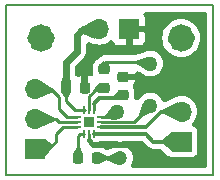
<source format=gtl>
%TF.GenerationSoftware,KiCad,Pcbnew,7.0.2*%
%TF.CreationDate,2025-03-07T16:02:18-05:00*%
%TF.ProjectId,2PAM8904,3250414d-3839-4303-942e-6b696361645f,rev?*%
%TF.SameCoordinates,Original*%
%TF.FileFunction,Copper,L1,Top*%
%TF.FilePolarity,Positive*%
%FSLAX46Y46*%
G04 Gerber Fmt 4.6, Leading zero omitted, Abs format (unit mm)*
G04 Created by KiCad (PCBNEW 7.0.2) date 2025-03-07 16:02:18*
%MOMM*%
%LPD*%
G01*
G04 APERTURE LIST*
G04 Aperture macros list*
%AMRoundRect*
0 Rectangle with rounded corners*
0 $1 Rounding radius*
0 $2 $3 $4 $5 $6 $7 $8 $9 X,Y pos of 4 corners*
0 Add a 4 corners polygon primitive as box body*
4,1,4,$2,$3,$4,$5,$6,$7,$8,$9,$2,$3,0*
0 Add four circle primitives for the rounded corners*
1,1,$1+$1,$2,$3*
1,1,$1+$1,$4,$5*
1,1,$1+$1,$6,$7*
1,1,$1+$1,$8,$9*
0 Add four rect primitives between the rounded corners*
20,1,$1+$1,$2,$3,$4,$5,0*
20,1,$1+$1,$4,$5,$6,$7,0*
20,1,$1+$1,$6,$7,$8,$9,0*
20,1,$1+$1,$8,$9,$2,$3,0*%
G04 Aperture macros list end*
%TA.AperFunction,NonConductor*%
%ADD10C,0.200000*%
%TD*%
%TA.AperFunction,NonConductor*%
%ADD11C,1.150000*%
%TD*%
%TA.AperFunction,SMDPad,CuDef*%
%ADD12RoundRect,0.225000X-0.225000X-0.250000X0.225000X-0.250000X0.225000X0.250000X-0.225000X0.250000X0*%
%TD*%
%TA.AperFunction,ComponentPad*%
%ADD13R,1.700000X1.700000*%
%TD*%
%TA.AperFunction,ComponentPad*%
%ADD14O,1.700000X1.700000*%
%TD*%
%TA.AperFunction,SMDPad,CuDef*%
%ADD15RoundRect,0.225000X0.250000X-0.225000X0.250000X0.225000X-0.250000X0.225000X-0.250000X-0.225000X0*%
%TD*%
%TA.AperFunction,SMDPad,CuDef*%
%ADD16R,0.660400X0.203200*%
%TD*%
%TA.AperFunction,SMDPad,CuDef*%
%ADD17R,0.203200X0.660400*%
%TD*%
%TA.AperFunction,SMDPad,CuDef*%
%ADD18R,0.939800X0.939800*%
%TD*%
%TA.AperFunction,SMDPad,CuDef*%
%ADD19RoundRect,0.225000X-0.250000X0.225000X-0.250000X-0.225000X0.250000X-0.225000X0.250000X0.225000X0*%
%TD*%
%TA.AperFunction,ViaPad*%
%ADD20C,1.270000*%
%TD*%
%TA.AperFunction,ViaPad*%
%ADD21C,1.200000*%
%TD*%
%TA.AperFunction,Conductor*%
%ADD22C,0.250000*%
%TD*%
%TA.AperFunction,Conductor*%
%ADD23C,0.500000*%
%TD*%
%TA.AperFunction,Conductor*%
%ADD24C,0.600000*%
%TD*%
%TA.AperFunction,Conductor*%
%ADD25C,0.400000*%
%TD*%
%TA.AperFunction,Conductor*%
%ADD26C,0.300000*%
%TD*%
G04 APERTURE END LIST*
D10*
X107569000Y-94996000D02*
X107569000Y-80645000D01*
X125095000Y-80645000D02*
X125095000Y-94996000D01*
D11*
X122952200Y-83439000D02*
G75*
G03*
X122952200Y-83439000I-575000J0D01*
G01*
D10*
X107569000Y-80645000D02*
X125095000Y-80645000D01*
X125095000Y-94996000D02*
X107569000Y-94996000D01*
D11*
X111065000Y-83439000D02*
G75*
G03*
X111065000Y-83439000I-575000J0D01*
G01*
D12*
%TO.P,C_IN,1*%
%TO.N,Net-(INe1-Pin_2)*%
X112636000Y-87630000D03*
%TO.P,C_IN,2*%
%TO.N,GND*%
X114186000Y-87630000D03*
%TD*%
D13*
%TO.P,OUT,1,Pin_1*%
%TO.N,Net-(OUT1-Pin_1)*%
X122428000Y-92202000D03*
D14*
%TO.P,OUT,2,Pin_2*%
%TO.N,Net-(OUT1-Pin_2)*%
X122428000Y-89662000D03*
%TD*%
D12*
%TO.P,C1,1*%
%TO.N,Net-(PAM8904EGPR1-CN1)*%
X113652000Y-93599000D03*
%TO.P,C1,2*%
%TO.N,Net-(PAM8904EGPR1-CP1)*%
X115202000Y-93599000D03*
%TD*%
D13*
%TO.P,EN1,1,Pin_1*%
%TO.N,Net-(EN1-Pin_1)*%
X109957000Y-92837000D03*
D14*
%TO.P,EN1,2,Pin_2*%
%TO.N,Net-(EN1-Pin_2)*%
X109957000Y-90297000D03*
%TO.P,EN1,3,Pin_3*%
%TO.N,Net-(EN1-Pin_3)*%
X109957000Y-87757000D03*
%TD*%
D15*
%TO.P,C_OUT,1*%
%TO.N,Net-(PAM8904EGPR1-VOUT)*%
X117475000Y-88265000D03*
%TO.P,C_OUT,2*%
%TO.N,GND*%
X117475000Y-86715000D03*
%TD*%
D16*
%TO.P,PAM8904EGPR1,1,EN1*%
%TO.N,Net-(EN1-Pin_3)*%
X113563400Y-90132002D03*
%TO.P,PAM8904EGPR1,2,EN2*%
%TO.N,Net-(EN1-Pin_2)*%
X113563400Y-90532001D03*
%TO.P,PAM8904EGPR1,3,DIN*%
%TO.N,Net-(EN1-Pin_1)*%
X113563400Y-90932000D03*
D17*
%TO.P,PAM8904EGPR1,4,CN1*%
%TO.N,Net-(PAM8904EGPR1-CN1)*%
X114166701Y-91535301D03*
%TO.P,PAM8904EGPR1,5,GND*%
%TO.N,GND*%
X114566700Y-91535301D03*
%TO.P,PAM8904EGPR1,6,VO2*%
%TO.N,Net-(OUT1-Pin_1)*%
X114966699Y-91535301D03*
D16*
%TO.P,PAM8904EGPR1,7,VO1*%
%TO.N,Net-(OUT1-Pin_2)*%
X115570000Y-90932000D03*
%TO.P,PAM8904EGPR1,8,CN2*%
%TO.N,Net-(PAM8904EGPR1-CN2)*%
X115570000Y-90532001D03*
%TO.P,PAM8904EGPR1,9,CP1*%
%TO.N,Net-(PAM8904EGPR1-CP1)*%
X115570000Y-90132002D03*
D17*
%TO.P,PAM8904EGPR1,10,VOUT*%
%TO.N,Net-(PAM8904EGPR1-VOUT)*%
X114966699Y-89528701D03*
%TO.P,PAM8904EGPR1,11,CP2*%
%TO.N,Net-(PAM8904EGPR1-CP2)*%
X114566700Y-89528701D03*
%TO.P,PAM8904EGPR1,12,VIN*%
%TO.N,Net-(INe1-Pin_2)*%
X114166701Y-89528701D03*
D18*
%TO.P,PAM8904EGPR1,13,EPAD*%
%TO.N,unconnected-(PAM8904EGPR1-EPAD-Pad13)*%
X114566700Y-90532001D03*
%TD*%
D13*
%TO.P,IN,1,Pin_1*%
%TO.N,GND*%
X117963000Y-82702000D03*
D14*
%TO.P,IN,2,Pin_2*%
%TO.N,Net-(INe1-Pin_2)*%
X115423000Y-82702000D03*
%TD*%
D19*
%TO.P,C2,1*%
%TO.N,Net-(PAM8904EGPR1-CN2)*%
X115824000Y-86093000D03*
%TO.P,C2,2*%
%TO.N,Net-(PAM8904EGPR1-CP2)*%
X115824000Y-87643000D03*
%TD*%
D20*
%TO.N,Net-(PAM8904EGPR1-CP1)*%
X116967000Y-89707501D03*
D21*
X117221000Y-93599000D03*
D20*
%TO.N,Net-(PAM8904EGPR1-CN2)*%
X119761000Y-89154000D03*
X119761000Y-85598000D03*
D21*
%TO.N,GND*%
X118872000Y-93091000D03*
%TD*%
D22*
%TO.N,Net-(PAM8904EGPR1-CN1)*%
X113652000Y-91707000D02*
X113652000Y-93599000D01*
X114166701Y-91535301D02*
X113823699Y-91535301D01*
X113823699Y-91535301D02*
X113652000Y-91707000D01*
%TO.N,Net-(PAM8904EGPR1-CP1)*%
X117221000Y-93599000D02*
X115202000Y-93599000D01*
X116542499Y-90132002D02*
X115570000Y-90132002D01*
X116967000Y-89707501D02*
X116542499Y-90132002D01*
%TO.N,Net-(PAM8904EGPR1-CN2)*%
X118382999Y-90532001D02*
X115570000Y-90532001D01*
X115951000Y-85471000D02*
X115824000Y-85598000D01*
X119761000Y-85598000D02*
X119634000Y-85471000D01*
X119761000Y-89154000D02*
X118382999Y-90532001D01*
X119634000Y-85471000D02*
X115951000Y-85471000D01*
X115824000Y-85598000D02*
X115824000Y-86093000D01*
%TO.N,Net-(PAM8904EGPR1-CP2)*%
X115303000Y-87643000D02*
X115824000Y-87643000D01*
X114566700Y-88379300D02*
X115303000Y-87643000D01*
X114566700Y-89528701D02*
X114566700Y-88379300D01*
D23*
%TO.N,GND*%
X120777000Y-87376000D02*
X121412000Y-86741000D01*
X119507000Y-87376000D02*
X120777000Y-87376000D01*
X121412000Y-85344000D02*
X119761000Y-83693000D01*
D24*
X114166701Y-87610701D02*
X114186000Y-87630000D01*
D23*
X119761000Y-83185000D02*
X119278000Y-82702000D01*
D24*
X114173000Y-87617000D02*
X114173000Y-85725000D01*
D23*
X121412000Y-86741000D02*
X121412000Y-85344000D01*
X118237000Y-92456000D02*
X118872000Y-93091000D01*
X114935000Y-92456000D02*
X118237000Y-92456000D01*
X117475000Y-86715000D02*
X118846000Y-86715000D01*
D25*
X114566700Y-92087700D02*
X114935000Y-92456000D01*
D24*
X117729000Y-84455000D02*
X117963000Y-84221000D01*
X115443000Y-84455000D02*
X117729000Y-84455000D01*
D23*
X118846000Y-86715000D02*
X119507000Y-87376000D01*
D24*
X117963000Y-84221000D02*
X117963000Y-82702000D01*
D22*
X114566700Y-91535301D02*
X114566700Y-92087700D01*
D24*
X114186000Y-87630000D02*
X114173000Y-87617000D01*
X114173000Y-85725000D02*
X115443000Y-84455000D01*
D23*
X119278000Y-82702000D02*
X117963000Y-82702000D01*
X119761000Y-83693000D02*
X119761000Y-83185000D01*
D26*
%TO.N,Net-(OUT1-Pin_1)*%
X114966699Y-91535301D02*
X119348301Y-91535301D01*
X119348301Y-91535301D02*
X120015000Y-92202000D01*
X120015000Y-92202000D02*
X122428000Y-92202000D01*
D22*
%TO.N,Net-(EN1-Pin_1)*%
X111125000Y-92837000D02*
X109957000Y-92837000D01*
X111760000Y-91567000D02*
X111760000Y-92202000D01*
X112395000Y-90932000D02*
X113563400Y-90932000D01*
X111760000Y-92202000D02*
X111125000Y-92837000D01*
X112395000Y-90932000D02*
X111760000Y-91567000D01*
%TO.N,Net-(EN1-Pin_2)*%
X111995001Y-90532001D02*
X113563400Y-90532001D01*
X111760000Y-90297000D02*
X111995001Y-90532001D01*
X109957000Y-90297000D02*
X111760000Y-90297000D01*
D26*
%TO.N,Net-(OUT1-Pin_2)*%
X115570000Y-90932000D02*
X119380000Y-90932000D01*
X120650000Y-89662000D02*
X122428000Y-89662000D01*
X119380000Y-90932000D02*
X120650000Y-89662000D01*
%TO.N,Net-(PAM8904EGPR1-VOUT)*%
X117221000Y-88519000D02*
X115443000Y-88519000D01*
X115443000Y-88519000D02*
X114966699Y-88995301D01*
D22*
X114966699Y-88995301D02*
X114966699Y-89528701D01*
X117475000Y-88265000D02*
X117221000Y-88519000D01*
D24*
%TO.N,Net-(INe1-Pin_2)*%
X115423000Y-82702000D02*
X114021000Y-82702000D01*
X113538000Y-83185000D02*
X113538000Y-84582000D01*
X112636000Y-85484000D02*
X112636000Y-87630000D01*
D22*
X114186000Y-89509402D02*
X114166701Y-89528701D01*
X112636000Y-88760000D02*
X112636000Y-87630000D01*
D24*
X114021000Y-82702000D02*
X113538000Y-83185000D01*
D22*
X113404701Y-89528701D02*
X112636000Y-88760000D01*
X114166701Y-89528701D02*
X113404701Y-89528701D01*
D24*
X113538000Y-84582000D02*
X112636000Y-85484000D01*
D22*
%TO.N,Net-(EN1-Pin_3)*%
X112014000Y-89408000D02*
X112014000Y-88392000D01*
X111379000Y-87757000D02*
X109957000Y-87757000D01*
X112014000Y-88392000D02*
X111379000Y-87757000D01*
X112738002Y-90132002D02*
X112014000Y-89408000D01*
X113563400Y-90132002D02*
X112738002Y-90132002D01*
%TD*%
%TA.AperFunction,Conductor*%
%TO.N,Net-(PAM8904EGPR1-CP1)*%
G36*
X115534006Y-93154135D02*
G01*
X115539974Y-93157496D01*
X116096041Y-93470644D01*
X116101568Y-93477690D01*
X116102000Y-93480839D01*
X116102000Y-93717160D01*
X116098573Y-93725433D01*
X116096041Y-93727355D01*
X115534008Y-94043863D01*
X115525118Y-94044936D01*
X115518771Y-94040503D01*
X115292000Y-93725433D01*
X115205918Y-93605834D01*
X115203867Y-93597118D01*
X115205919Y-93592165D01*
X115286046Y-93480839D01*
X115518772Y-93157494D01*
X115526385Y-93152783D01*
X115534006Y-93154135D01*
G37*
%TD.AperFunction*%
%TD*%
%TA.AperFunction,Conductor*%
%TO.N,Net-(EN1-Pin_3)*%
G36*
X110292193Y-86978337D02*
G01*
X110294056Y-86979316D01*
X111651807Y-87857325D01*
X111656894Y-87864695D01*
X111655279Y-87873503D01*
X111653727Y-87875423D01*
X111488828Y-88040322D01*
X111485042Y-88042854D01*
X110293090Y-88537809D01*
X110284135Y-88537817D01*
X110277799Y-88531492D01*
X109958152Y-87760777D01*
X109958149Y-87751825D01*
X110276900Y-86984651D01*
X110283238Y-86978328D01*
X110292193Y-86978337D01*
G37*
%TD.AperFunction*%
%TD*%
%TA.AperFunction,Conductor*%
%TO.N,Net-(EN1-Pin_2)*%
G36*
X110292836Y-89516791D02*
G01*
X110293413Y-89517049D01*
X111650366Y-90168814D01*
X111656339Y-90175484D01*
X111657000Y-90179360D01*
X111657000Y-90414639D01*
X111653573Y-90422912D01*
X111650366Y-90425186D01*
X110293413Y-91076950D01*
X110284471Y-91077442D01*
X110277800Y-91071469D01*
X110277542Y-91070892D01*
X109957865Y-90301489D01*
X109957856Y-90292534D01*
X109957865Y-90292511D01*
X110277542Y-89523107D01*
X110283881Y-89516782D01*
X110292836Y-89516791D01*
G37*
%TD.AperFunction*%
%TD*%
%TA.AperFunction,Conductor*%
%TO.N,Net-(INe1-Pin_2)*%
G36*
X115102185Y-81927569D02*
G01*
X115102621Y-81928500D01*
X115421844Y-82696809D01*
X115421853Y-82705764D01*
X115421846Y-82705780D01*
X115101906Y-83477202D01*
X115095572Y-83483531D01*
X115087362Y-83483807D01*
X114025011Y-83125724D01*
X114020475Y-83122910D01*
X113609414Y-82711849D01*
X113605987Y-82703576D01*
X113609414Y-82695303D01*
X113612267Y-82693207D01*
X115086398Y-81922619D01*
X115095315Y-81921825D01*
X115102185Y-81927569D01*
G37*
%TD.AperFunction*%
%TD*%
%TA.AperFunction,Conductor*%
%TO.N,Net-(OUT1-Pin_1)*%
G36*
X121585511Y-91359502D02*
G01*
X122420712Y-92193722D01*
X122424144Y-92201993D01*
X122420722Y-92210268D01*
X122420712Y-92210278D01*
X121585511Y-93044497D01*
X121577236Y-93047919D01*
X121569805Y-93045251D01*
X120732262Y-92355509D01*
X120728054Y-92347604D01*
X120728000Y-92346477D01*
X120728000Y-92057522D01*
X120731427Y-92049249D01*
X120732262Y-92048490D01*
X121569806Y-91358747D01*
X121578370Y-91356134D01*
X121585511Y-91359502D01*
G37*
%TD.AperFunction*%
%TD*%
%TA.AperFunction,Conductor*%
%TO.N,GND*%
G36*
X124411609Y-81214866D02*
G01*
X124486964Y-81269615D01*
X124533537Y-81350280D01*
X124544500Y-81419500D01*
X124544500Y-94221500D01*
X124525134Y-94312609D01*
X124470385Y-94387964D01*
X124389720Y-94434537D01*
X124320500Y-94445500D01*
X118333407Y-94445500D01*
X118242298Y-94426134D01*
X118166943Y-94371385D01*
X118120370Y-94290720D01*
X118110634Y-94198086D01*
X118135857Y-94115907D01*
X118175751Y-94041270D01*
X118196232Y-94002954D01*
X118256300Y-93804934D01*
X118276583Y-93599000D01*
X118256300Y-93393066D01*
X118196232Y-93195046D01*
X118098685Y-93012550D01*
X117967410Y-92852590D01*
X117807450Y-92721315D01*
X117624954Y-92623768D01*
X117461400Y-92574155D01*
X117379837Y-92529177D01*
X117323619Y-92454911D01*
X117302468Y-92364200D01*
X117320041Y-92272728D01*
X117373300Y-92196312D01*
X117453035Y-92148165D01*
X117526425Y-92135801D01*
X119006782Y-92135801D01*
X119097891Y-92155167D01*
X119165174Y-92201409D01*
X119552168Y-92588403D01*
X119571489Y-92610435D01*
X119586719Y-92630284D01*
X119687184Y-92707373D01*
X119712158Y-92726536D01*
X119815451Y-92769321D01*
X119858238Y-92787044D01*
X120015000Y-92807682D01*
X120039807Y-92804416D01*
X120069045Y-92802500D01*
X120478148Y-92802500D01*
X120569257Y-92821866D01*
X120620546Y-92853588D01*
X121280239Y-93396865D01*
X121282212Y-93398434D01*
X121296323Y-93409523D01*
X121309987Y-93416887D01*
X121336729Y-93433841D01*
X121365118Y-93454793D01*
X121391777Y-93464121D01*
X121406146Y-93470460D01*
X121415877Y-93473953D01*
X121415884Y-93473957D01*
X121423315Y-93476625D01*
X121438537Y-93480927D01*
X121451598Y-93485053D01*
X121493301Y-93499646D01*
X121523734Y-93502500D01*
X121528974Y-93502500D01*
X123327026Y-93502500D01*
X123332266Y-93502500D01*
X123362699Y-93499646D01*
X123490882Y-93454793D01*
X123600150Y-93374150D01*
X123680793Y-93264882D01*
X123725646Y-93136699D01*
X123728500Y-93106266D01*
X123728500Y-91297734D01*
X123725646Y-91267301D01*
X123680793Y-91139118D01*
X123680792Y-91139116D01*
X123600150Y-91029849D01*
X123490883Y-90949207D01*
X123448900Y-90934517D01*
X123369300Y-90886147D01*
X123316255Y-90809582D01*
X123298938Y-90718062D01*
X123320343Y-90627410D01*
X123364488Y-90564697D01*
X123428047Y-90501139D01*
X123558568Y-90314734D01*
X123654739Y-90108496D01*
X123713635Y-89888692D01*
X123733468Y-89662000D01*
X123713635Y-89435308D01*
X123654739Y-89215504D01*
X123621115Y-89143397D01*
X123558568Y-89009265D01*
X123428048Y-88822862D01*
X123267137Y-88661951D01*
X123080734Y-88531431D01*
X122874495Y-88435260D01*
X122654695Y-88376365D01*
X122428000Y-88356532D01*
X122201302Y-88376365D01*
X121981506Y-88435259D01*
X121942793Y-88453311D01*
X121910761Y-88465362D01*
X121900596Y-88468322D01*
X121066979Y-88853560D01*
X120976150Y-88874201D01*
X120884779Y-88856114D01*
X120808663Y-88802426D01*
X120772495Y-88750070D01*
X120739633Y-88684076D01*
X120687864Y-88580110D01*
X120566631Y-88419571D01*
X120417962Y-88284042D01*
X120417959Y-88284039D01*
X120246924Y-88178138D01*
X120059333Y-88105465D01*
X119861586Y-88068500D01*
X119660414Y-88068500D01*
X119462666Y-88105465D01*
X119275075Y-88178138D01*
X119104040Y-88284039D01*
X118955368Y-88419571D01*
X118834136Y-88580109D01*
X118825016Y-88598425D01*
X118767068Y-88671350D01*
X118684470Y-88714401D01*
X118591502Y-88720134D01*
X118504240Y-88687558D01*
X118437772Y-88622306D01*
X118403591Y-88535660D01*
X118400500Y-88498578D01*
X118400500Y-87990476D01*
X118400500Y-87985406D01*
X118394315Y-87917343D01*
X118394315Y-87917340D01*
X118345513Y-87760732D01*
X118343257Y-87757000D01*
X118279591Y-87651683D01*
X118249031Y-87563697D01*
X118256900Y-87470885D01*
X118286697Y-87416786D01*
X118283828Y-87415016D01*
X118386547Y-87248482D01*
X118439856Y-87087607D01*
X118449419Y-86993994D01*
X118450000Y-86982607D01*
X118450000Y-86965000D01*
X117449000Y-86965000D01*
X117357891Y-86945634D01*
X117282536Y-86890885D01*
X117235963Y-86810220D01*
X117225000Y-86741000D01*
X117225000Y-86689000D01*
X117244366Y-86597891D01*
X117299115Y-86522536D01*
X117379780Y-86475963D01*
X117449000Y-86465000D01*
X118449999Y-86465000D01*
X118453192Y-86461806D01*
X118469365Y-86385723D01*
X118524114Y-86310368D01*
X118604779Y-86263795D01*
X118697413Y-86254059D01*
X118785999Y-86282842D01*
X118787418Y-86283669D01*
X118870392Y-86332428D01*
X119157985Y-86501431D01*
X119162419Y-86504106D01*
X119275077Y-86573862D01*
X119287672Y-86578741D01*
X119298563Y-86583294D01*
X119301653Y-86584682D01*
X119303055Y-86585443D01*
X119304490Y-86586159D01*
X119308700Y-86587849D01*
X119308709Y-86587853D01*
X119386810Y-86619204D01*
X119403800Y-86623729D01*
X119462665Y-86646534D01*
X119660414Y-86683500D01*
X119861586Y-86683500D01*
X120059334Y-86646534D01*
X120246922Y-86573862D01*
X120274078Y-86557048D01*
X120417959Y-86467960D01*
X120417959Y-86467959D01*
X120417962Y-86467958D01*
X120566631Y-86332429D01*
X120687864Y-86171890D01*
X120777535Y-85991808D01*
X120832588Y-85798315D01*
X120851150Y-85598000D01*
X120832588Y-85397685D01*
X120832188Y-85396279D01*
X120777536Y-85204194D01*
X120751219Y-85151343D01*
X120687864Y-85024110D01*
X120566631Y-84863571D01*
X120428706Y-84737836D01*
X120417959Y-84728039D01*
X120246924Y-84622138D01*
X120059333Y-84549465D01*
X119861586Y-84512500D01*
X119660414Y-84512500D01*
X119462671Y-84549465D01*
X119462666Y-84549466D01*
X119408325Y-84570517D01*
X119365946Y-84582301D01*
X119363341Y-84582755D01*
X118461768Y-84883957D01*
X118390789Y-84895500D01*
X116003397Y-84895500D01*
X115974160Y-84893584D01*
X115950998Y-84890534D01*
X115913288Y-84895499D01*
X115913280Y-84895500D01*
X115754408Y-84916414D01*
X115709692Y-84948015D01*
X115706997Y-84949152D01*
X115660765Y-84968302D01*
X115621357Y-84998540D01*
X115589100Y-85019167D01*
X115585107Y-85021262D01*
X115200233Y-85303573D01*
X115183636Y-85314645D01*
X115154349Y-85332350D01*
X115038352Y-85448347D01*
X114953486Y-85588732D01*
X114904684Y-85745340D01*
X114898958Y-85808355D01*
X114898957Y-85808376D01*
X114898500Y-85813406D01*
X114898500Y-86372594D01*
X114898956Y-86377622D01*
X114898958Y-86377646D01*
X114905527Y-86449932D01*
X114894485Y-86542420D01*
X114846780Y-86622420D01*
X114770660Y-86676101D01*
X114679287Y-86694180D01*
X114611989Y-86682833D01*
X114558604Y-86665143D01*
X114464994Y-86655580D01*
X114453608Y-86655000D01*
X114435999Y-86655000D01*
X114435999Y-87603335D01*
X114416633Y-87694444D01*
X114370392Y-87761725D01*
X114318393Y-87813725D01*
X114240276Y-87864456D01*
X114148279Y-87879028D01*
X114058308Y-87854921D01*
X113985921Y-87796304D01*
X113943633Y-87713313D01*
X113936000Y-87655335D01*
X113936000Y-86655000D01*
X113935999Y-86654999D01*
X113918377Y-86655000D01*
X113907020Y-86655579D01*
X113813396Y-86665143D01*
X113680956Y-86709029D01*
X113588380Y-86719303D01*
X113499629Y-86691036D01*
X113430048Y-86629113D01*
X113391668Y-86544243D01*
X113386500Y-86496407D01*
X113386500Y-85887649D01*
X113405866Y-85796541D01*
X113452105Y-85729261D01*
X114018490Y-85162876D01*
X114043108Y-85141602D01*
X114056530Y-85131610D01*
X114085559Y-85097013D01*
X114097280Y-85084228D01*
X114090642Y-85091261D01*
X114094979Y-85086387D01*
X114099591Y-85081776D01*
X114117926Y-85058586D01*
X114121974Y-85053615D01*
X114169302Y-84997214D01*
X114169304Y-84997208D01*
X114175232Y-84990145D01*
X114177210Y-84987040D01*
X114181107Y-84978680D01*
X114181111Y-84978677D01*
X114212208Y-84911987D01*
X114215022Y-84906174D01*
X114248040Y-84840433D01*
X114248040Y-84840429D01*
X114252189Y-84832170D01*
X114253390Y-84828715D01*
X114270133Y-84747621D01*
X114271525Y-84741336D01*
X114288500Y-84669721D01*
X114288500Y-84669716D01*
X114290626Y-84660747D01*
X114291002Y-84657070D01*
X114290734Y-84647855D01*
X114288592Y-84574274D01*
X114288499Y-84567899D01*
X114288499Y-84007099D01*
X114307865Y-83915992D01*
X114362614Y-83840637D01*
X114443279Y-83794064D01*
X114535913Y-83784328D01*
X114584043Y-83794834D01*
X114923308Y-83909189D01*
X114941871Y-83915446D01*
X114944621Y-83916305D01*
X114973840Y-83927496D01*
X114976504Y-83928739D01*
X114976508Y-83928740D01*
X114976510Y-83928741D01*
X115196302Y-83987634D01*
X115196305Y-83987634D01*
X115196308Y-83987635D01*
X115423000Y-84007468D01*
X115649692Y-83987635D01*
X115869496Y-83928739D01*
X116075734Y-83832568D01*
X116262139Y-83702047D01*
X116287477Y-83676708D01*
X116365592Y-83625979D01*
X116457589Y-83611407D01*
X116547560Y-83635513D01*
X116619948Y-83694130D01*
X116655745Y-83756819D01*
X116669645Y-83794086D01*
X116755810Y-83909189D01*
X116870912Y-83995353D01*
X117005625Y-84045598D01*
X117059201Y-84051358D01*
X117071166Y-84052000D01*
X117713000Y-84052000D01*
X117713000Y-83137501D01*
X117820685Y-83186680D01*
X117927237Y-83202000D01*
X117998763Y-83202000D01*
X118105315Y-83186680D01*
X118213000Y-83137501D01*
X118213000Y-84052000D01*
X118854834Y-84052000D01*
X118866798Y-84051358D01*
X118920374Y-84045598D01*
X119055087Y-83995353D01*
X119170189Y-83909189D01*
X119256353Y-83794087D01*
X119306598Y-83659374D01*
X119312358Y-83605798D01*
X119313000Y-83593833D01*
X119313000Y-83438999D01*
X120771750Y-83438999D01*
X120791516Y-83690146D01*
X120850326Y-83935111D01*
X120946733Y-84167859D01*
X121078364Y-84382659D01*
X121241975Y-84574224D01*
X121405586Y-84713961D01*
X121433541Y-84737836D01*
X121449509Y-84747621D01*
X121648340Y-84869466D01*
X121881088Y-84965873D01*
X121970510Y-84987341D01*
X122126052Y-85024683D01*
X122377200Y-85044449D01*
X122628348Y-85024683D01*
X122873311Y-84965873D01*
X123106059Y-84869466D01*
X123320859Y-84737836D01*
X123512424Y-84574224D01*
X123676036Y-84382659D01*
X123807666Y-84167859D01*
X123904073Y-83935111D01*
X123962883Y-83690148D01*
X123982649Y-83439000D01*
X123962883Y-83187852D01*
X123922439Y-83019391D01*
X123904073Y-82942888D01*
X123807666Y-82710140D01*
X123727002Y-82578509D01*
X123676036Y-82495341D01*
X123639019Y-82452000D01*
X123512424Y-82303775D01*
X123320859Y-82140164D01*
X123106059Y-82008533D01*
X122873311Y-81912126D01*
X122628346Y-81853316D01*
X122377200Y-81833550D01*
X122126053Y-81853316D01*
X121881088Y-81912126D01*
X121648340Y-82008533D01*
X121433540Y-82140164D01*
X121241975Y-82303775D01*
X121078364Y-82495340D01*
X120946733Y-82710140D01*
X120850326Y-82942888D01*
X120791516Y-83187853D01*
X120771750Y-83438999D01*
X119313000Y-83438999D01*
X119313000Y-82952000D01*
X118396686Y-82952000D01*
X118422493Y-82911844D01*
X118463000Y-82773889D01*
X118463000Y-82630111D01*
X118422493Y-82492156D01*
X118396686Y-82452000D01*
X119313000Y-82452000D01*
X119313000Y-81810166D01*
X119312358Y-81798201D01*
X119306598Y-81744625D01*
X119256353Y-81609911D01*
X119214303Y-81553739D01*
X119175206Y-81469197D01*
X119173876Y-81376062D01*
X119210542Y-81290438D01*
X119278865Y-81227130D01*
X119367030Y-81197084D01*
X119393624Y-81195500D01*
X124320500Y-81195500D01*
X124411609Y-81214866D01*
G37*
%TD.AperFunction*%
%TA.AperFunction,Conductor*%
G36*
X117006683Y-92155167D02*
G01*
X117082038Y-92209916D01*
X117128611Y-92290581D01*
X117138347Y-92383215D01*
X117109564Y-92471801D01*
X117047238Y-92541021D01*
X116980597Y-92574156D01*
X116815034Y-92624378D01*
X116810001Y-92626833D01*
X116193592Y-92899549D01*
X116102438Y-92918701D01*
X116011374Y-92899122D01*
X115993048Y-92889881D01*
X115757515Y-92757242D01*
X115742233Y-92749016D01*
X115742221Y-92749012D01*
X115728723Y-92741748D01*
X115719208Y-92736309D01*
X115706268Y-92728486D01*
X115549659Y-92679684D01*
X115486644Y-92673958D01*
X115486624Y-92673957D01*
X115481594Y-92673500D01*
X115412874Y-92673500D01*
X115321765Y-92654134D01*
X115246410Y-92599385D01*
X115199837Y-92518720D01*
X115190101Y-92426086D01*
X115218884Y-92337500D01*
X115279859Y-92269269D01*
X115281179Y-92268294D01*
X115281181Y-92268294D01*
X115390449Y-92187651D01*
X115390449Y-92187650D01*
X115401398Y-92179570D01*
X115486204Y-92141050D01*
X115534413Y-92135801D01*
X116915574Y-92135801D01*
X117006683Y-92155167D01*
G37*
%TD.AperFunction*%
%TD*%
%TA.AperFunction,Conductor*%
%TO.N,Net-(OUT1-Pin_2)*%
G36*
X122107203Y-88887519D02*
G01*
X122107387Y-88887938D01*
X122427134Y-89657511D01*
X122427143Y-89666466D01*
X122427134Y-89666489D01*
X122107387Y-90436061D01*
X122101048Y-90442386D01*
X122092093Y-90442377D01*
X122091674Y-90442193D01*
X120734792Y-89815138D01*
X120728719Y-89808556D01*
X120728000Y-89804517D01*
X120728000Y-89519482D01*
X120731427Y-89511209D01*
X120734792Y-89508861D01*
X122091674Y-88881806D01*
X122100621Y-88881446D01*
X122107203Y-88887519D01*
G37*
%TD.AperFunction*%
%TD*%
%TA.AperFunction,Conductor*%
%TO.N,Net-(PAM8904EGPR1-CN1)*%
G36*
X113778187Y-92677427D02*
G01*
X113780283Y-92680279D01*
X114080349Y-93254243D01*
X114081145Y-93263163D01*
X114077169Y-93268895D01*
X113659189Y-93594401D01*
X113650556Y-93596781D01*
X113644811Y-93594401D01*
X113226830Y-93268895D01*
X113222408Y-93261108D01*
X113223649Y-93254245D01*
X113523717Y-92680278D01*
X113530587Y-92674535D01*
X113534086Y-92674000D01*
X113769914Y-92674000D01*
X113778187Y-92677427D01*
G37*
%TD.AperFunction*%
%TD*%
%TA.AperFunction,Conductor*%
%TO.N,Net-(PAM8904EGPR1-CN2)*%
G36*
X119185425Y-88915570D02*
G01*
X119757208Y-89151437D01*
X119763549Y-89157760D01*
X119763562Y-89157791D01*
X119999414Y-89729537D01*
X119999401Y-89738492D01*
X119993060Y-89744815D01*
X119992752Y-89744937D01*
X118958438Y-90137727D01*
X118949487Y-90137460D01*
X118946011Y-90135062D01*
X118779937Y-89968988D01*
X118776510Y-89960715D01*
X118777270Y-89956566D01*
X119170064Y-88922244D01*
X119176203Y-88915730D01*
X119185154Y-88915463D01*
X119185425Y-88915570D01*
G37*
%TD.AperFunction*%
%TD*%
%TA.AperFunction,Conductor*%
%TO.N,Net-(PAM8904EGPR1-VOUT)*%
G36*
X117048816Y-87924534D02*
G01*
X117468240Y-88258815D01*
X117472574Y-88266652D01*
X117471166Y-88273664D01*
X117228615Y-88708518D01*
X117221592Y-88714074D01*
X117217595Y-88714491D01*
X116566666Y-88669749D01*
X116558647Y-88665763D01*
X116555768Y-88658077D01*
X116555768Y-88374100D01*
X116559195Y-88365827D01*
X116559505Y-88365528D01*
X116658386Y-88273664D01*
X117033561Y-87925111D01*
X117041954Y-87921992D01*
X117048816Y-87924534D01*
G37*
%TD.AperFunction*%
%TD*%
%TA.AperFunction,Conductor*%
%TO.N,Net-(PAM8904EGPR1-CN2)*%
G36*
X119516599Y-85015415D02*
G01*
X119522177Y-85021390D01*
X119760131Y-85593507D01*
X119760144Y-85602462D01*
X119760131Y-85602493D01*
X119523151Y-86172267D01*
X119516810Y-86178590D01*
X119507855Y-86178577D01*
X119506420Y-86177861D01*
X118522034Y-85599391D01*
X118516638Y-85592245D01*
X118516262Y-85589304D01*
X118516262Y-85354426D01*
X118519689Y-85346153D01*
X118524252Y-85343330D01*
X119507668Y-85014786D01*
X119516599Y-85015415D01*
G37*
%TD.AperFunction*%
%TD*%
%TA.AperFunction,Conductor*%
%TO.N,Net-(PAM8904EGPR1-CP2)*%
G36*
X115378669Y-87332145D02*
G01*
X115816015Y-87636249D01*
X115820852Y-87643786D01*
X115819561Y-87651542D01*
X115577991Y-88085823D01*
X115570974Y-88091388D01*
X115565893Y-88091685D01*
X115109446Y-88017663D01*
X115103046Y-88014387D01*
X114936605Y-87847946D01*
X114933178Y-87839673D01*
X114935998Y-87832055D01*
X115098774Y-87642293D01*
X115363111Y-87334132D01*
X115371097Y-87330085D01*
X115378669Y-87332145D01*
G37*
%TD.AperFunction*%
%TD*%
%TA.AperFunction,Conductor*%
%TO.N,Net-(INe1-Pin_2)*%
G36*
X112934919Y-86708427D02*
G01*
X112938059Y-86714125D01*
X113067238Y-87286652D01*
X113065716Y-87295476D01*
X113063014Y-87298458D01*
X112643189Y-87625401D01*
X112634556Y-87627781D01*
X112628811Y-87625401D01*
X112208985Y-87298458D01*
X112204563Y-87290671D01*
X112204761Y-87286652D01*
X112333941Y-86714125D01*
X112339105Y-86706809D01*
X112345354Y-86705000D01*
X112926646Y-86705000D01*
X112934919Y-86708427D01*
G37*
%TD.AperFunction*%
%TD*%
%TA.AperFunction,Conductor*%
%TO.N,Net-(INe1-Pin_2)*%
G36*
X112643187Y-87634597D02*
G01*
X113061169Y-87960104D01*
X113065591Y-87967891D01*
X113064349Y-87974756D01*
X112764283Y-88548721D01*
X112757413Y-88554465D01*
X112753914Y-88555000D01*
X112518086Y-88555000D01*
X112509813Y-88551573D01*
X112507717Y-88548721D01*
X112207650Y-87974756D01*
X112206854Y-87965836D01*
X112210828Y-87960106D01*
X112628811Y-87634597D01*
X112637444Y-87632218D01*
X112643187Y-87634597D01*
G37*
%TD.AperFunction*%
%TD*%
%TA.AperFunction,Conductor*%
%TO.N,Net-(PAM8904EGPR1-CP1)*%
G36*
X116526271Y-89266791D02*
G01*
X116526849Y-89267330D01*
X116964556Y-89704065D01*
X116967992Y-89712333D01*
X116967992Y-89712364D01*
X116967019Y-90329876D01*
X116963579Y-90338144D01*
X116955301Y-90341558D01*
X116954413Y-90341523D01*
X115877403Y-90257840D01*
X115869420Y-90253782D01*
X115866609Y-90246175D01*
X115866609Y-90011380D01*
X115869483Y-90003699D01*
X116130234Y-89704064D01*
X116509765Y-89267935D01*
X116517780Y-89263945D01*
X116526271Y-89266791D01*
G37*
%TD.AperFunction*%
%TD*%
%TA.AperFunction,Conductor*%
%TO.N,Net-(PAM8904EGPR1-CP1)*%
G36*
X116995883Y-93055478D02*
G01*
X116995985Y-93055718D01*
X117220130Y-93594506D01*
X117220144Y-93603461D01*
X117220130Y-93603494D01*
X116995985Y-94142281D01*
X116989644Y-94148603D01*
X116980689Y-94148589D01*
X116980449Y-94148487D01*
X116027966Y-93727081D01*
X116021787Y-93720599D01*
X116021000Y-93716381D01*
X116021000Y-93481618D01*
X116024427Y-93473345D01*
X116027966Y-93470918D01*
X116980450Y-93049511D01*
X116989401Y-93049299D01*
X116995883Y-93055478D01*
G37*
%TD.AperFunction*%
%TD*%
%TA.AperFunction,Conductor*%
%TO.N,Net-(PAM8904EGPR1-CN2)*%
G36*
X115869709Y-85389710D02*
G01*
X116039388Y-85559389D01*
X116166910Y-85657814D01*
X116222227Y-85700510D01*
X116226682Y-85708278D01*
X116224340Y-85716921D01*
X116223087Y-85718301D01*
X115831885Y-86085638D01*
X115823508Y-86088803D01*
X115815347Y-86085118D01*
X115815288Y-86085054D01*
X115475994Y-85718301D01*
X115456183Y-85696887D01*
X115453081Y-85688488D01*
X115456827Y-85680355D01*
X115457841Y-85679517D01*
X115854517Y-85388548D01*
X115863214Y-85386419D01*
X115869709Y-85389710D01*
G37*
%TD.AperFunction*%
%TD*%
%TA.AperFunction,Conductor*%
%TO.N,Net-(EN1-Pin_1)*%
G36*
X110814915Y-91992036D02*
G01*
X111411708Y-92371741D01*
X111413700Y-92373339D01*
X111582079Y-92541718D01*
X111585506Y-92549991D01*
X111582859Y-92557403D01*
X110814258Y-93496232D01*
X110806366Y-93500462D01*
X110797983Y-93498025D01*
X109966676Y-92845852D01*
X109962282Y-92838050D01*
X109964693Y-92829425D01*
X109965617Y-92828382D01*
X110800365Y-91993634D01*
X110808637Y-91990208D01*
X110814915Y-91992036D01*
G37*
%TD.AperFunction*%
%TD*%
M02*

</source>
